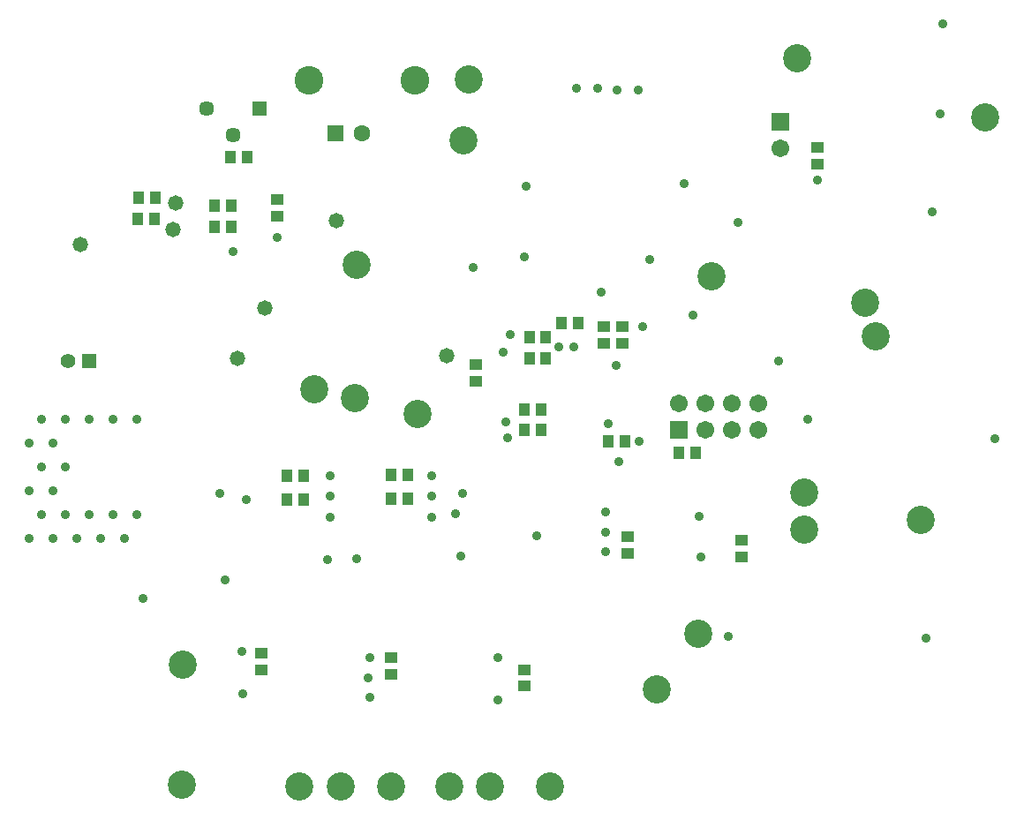
<source format=gbs>
G04*
G04 #@! TF.GenerationSoftware,Altium Limited,Altium Designer,18.1.7 (191)*
G04*
G04 Layer_Color=16711935*
%FSLAX25Y25*%
%MOIN*%
G70*
G01*
G75*
%ADD45R,0.04737X0.04343*%
%ADD51R,0.04343X0.04737*%
%ADD60C,0.10642*%
%ADD61R,0.05374X0.05374*%
%ADD62C,0.05524*%
%ADD63R,0.06706X0.06706*%
%ADD64C,0.06706*%
%ADD65R,0.06706X0.06706*%
%ADD66R,0.05721X0.05721*%
%ADD67C,0.05721*%
%ADD68C,0.10839*%
%ADD69R,0.06312X0.06312*%
%ADD70C,0.06312*%
%ADD71C,0.03600*%
%ADD72C,0.05800*%
D45*
X234922Y108650D02*
D03*
Y102350D02*
D03*
X177803Y173841D02*
D03*
Y167542D02*
D03*
X278000Y107299D02*
D03*
Y101000D02*
D03*
X306500Y255799D02*
D03*
Y249500D02*
D03*
X226000Y188150D02*
D03*
Y181850D02*
D03*
X233000D02*
D03*
Y188150D02*
D03*
X196049Y58613D02*
D03*
Y52313D02*
D03*
X145500Y63150D02*
D03*
Y56850D02*
D03*
X96691Y58350D02*
D03*
Y64650D02*
D03*
X102756Y236101D02*
D03*
Y229802D02*
D03*
D51*
X79107Y225691D02*
D03*
X85406D02*
D03*
X204150Y176014D02*
D03*
X197850D02*
D03*
X216281Y189432D02*
D03*
X209982D02*
D03*
X197850Y184014D02*
D03*
X204150D02*
D03*
X195980Y156691D02*
D03*
X202280D02*
D03*
X254350Y140500D02*
D03*
X260650D02*
D03*
X227701Y144841D02*
D03*
X234000D02*
D03*
X145535Y132223D02*
D03*
X151835D02*
D03*
X145535Y123191D02*
D03*
X151835D02*
D03*
X202280Y149191D02*
D03*
X195980D02*
D03*
X91406Y252191D02*
D03*
X85107D02*
D03*
X50350Y236691D02*
D03*
X56650D02*
D03*
X112650Y122695D02*
D03*
X106350D02*
D03*
X112650Y131691D02*
D03*
X106350D02*
D03*
X79107Y233691D02*
D03*
X85406D02*
D03*
X50107Y228691D02*
D03*
X56406D02*
D03*
D60*
X246000Y51000D02*
D03*
X261500Y72000D02*
D03*
X66500Y15000D02*
D03*
X183000Y14500D02*
D03*
X145500D02*
D03*
X370000Y267000D02*
D03*
X299000Y289500D02*
D03*
X345500Y115000D02*
D03*
X266500Y207000D02*
D03*
X328500Y184500D02*
D03*
X301500Y125500D02*
D03*
X324500Y197000D02*
D03*
X301500Y111500D02*
D03*
X155500Y155000D02*
D03*
X132000Y161000D02*
D03*
X116500Y164500D02*
D03*
X205500Y14500D02*
D03*
X167500D02*
D03*
X132500Y211500D02*
D03*
X175000Y281500D02*
D03*
X173000Y258500D02*
D03*
X126500Y14500D02*
D03*
X111000D02*
D03*
X67000Y60500D02*
D03*
D61*
X31500Y175000D02*
D03*
D62*
X23626D02*
D03*
D63*
X254394Y149119D02*
D03*
D64*
X264394D02*
D03*
X274394D02*
D03*
X284394D02*
D03*
X254394Y159119D02*
D03*
X264394D02*
D03*
X274394D02*
D03*
X284394D02*
D03*
X292500Y255500D02*
D03*
D65*
Y265500D02*
D03*
D66*
X96000Y270553D02*
D03*
D67*
X86000Y260554D02*
D03*
X76000Y270553D02*
D03*
D68*
X114500Y281000D02*
D03*
X154500D02*
D03*
D69*
X124500Y261000D02*
D03*
D70*
X134500D02*
D03*
D71*
X83000Y92500D02*
D03*
X49500Y153000D02*
D03*
Y117000D02*
D03*
X45000Y108000D02*
D03*
X40500Y153000D02*
D03*
Y117000D02*
D03*
X36000Y108000D02*
D03*
X31500Y153000D02*
D03*
Y117000D02*
D03*
X27000Y108000D02*
D03*
X22500Y153000D02*
D03*
X18000Y144000D02*
D03*
X22500Y135000D02*
D03*
X18000Y126000D02*
D03*
X22500Y117000D02*
D03*
X18000Y108000D02*
D03*
X13500Y153000D02*
D03*
X9000Y144000D02*
D03*
X13500Y135000D02*
D03*
X9000Y126000D02*
D03*
X13500Y117000D02*
D03*
X9000Y108000D02*
D03*
X225000Y201000D02*
D03*
X137000Y55500D02*
D03*
X354000Y302500D02*
D03*
X353000Y268500D02*
D03*
X350000Y231500D02*
D03*
X262000Y116500D02*
D03*
X176500Y210500D02*
D03*
X189500Y146000D02*
D03*
X86000Y216500D02*
D03*
X230500Y173500D02*
D03*
X303000Y153000D02*
D03*
X200500Y109000D02*
D03*
X161000Y116000D02*
D03*
X172000Y101500D02*
D03*
X132500Y100500D02*
D03*
X121500Y100000D02*
D03*
X122500Y116000D02*
D03*
X292000Y175000D02*
D03*
X262500Y101000D02*
D03*
X273000Y71000D02*
D03*
X347500Y70500D02*
D03*
X259500Y192500D02*
D03*
X170000Y117500D02*
D03*
X186000Y47000D02*
D03*
Y63000D02*
D03*
X137500D02*
D03*
X172500Y125000D02*
D03*
X239000Y277500D02*
D03*
X223500Y278000D02*
D03*
X231000Y277500D02*
D03*
X215500Y278000D02*
D03*
X137500Y48000D02*
D03*
X231500Y137000D02*
D03*
X196500Y241000D02*
D03*
X196000Y214500D02*
D03*
X188000Y178500D02*
D03*
X190500Y185000D02*
D03*
X214500Y180500D02*
D03*
X209000D02*
D03*
X306500Y243500D02*
D03*
X240500Y188000D02*
D03*
X276500Y227500D02*
D03*
X226500Y118000D02*
D03*
Y103000D02*
D03*
Y110500D02*
D03*
X227500Y151500D02*
D03*
X189000Y152191D02*
D03*
X239315Y144841D02*
D03*
X160843Y124191D02*
D03*
X161000Y131821D02*
D03*
X89781Y49469D02*
D03*
X122697Y124191D02*
D03*
X122500Y131821D02*
D03*
X90874Y122695D02*
D03*
X89191Y65500D02*
D03*
X373676Y145680D02*
D03*
X52057Y85385D02*
D03*
X81000Y124991D02*
D03*
X256236Y242191D02*
D03*
X102756Y221691D02*
D03*
X243470Y213542D02*
D03*
D72*
X125000Y228000D02*
D03*
X63256Y224691D02*
D03*
X87500Y176014D02*
D03*
X166756Y177191D02*
D03*
X64256Y234691D02*
D03*
X28256Y219282D02*
D03*
X98006Y194990D02*
D03*
M02*

</source>
